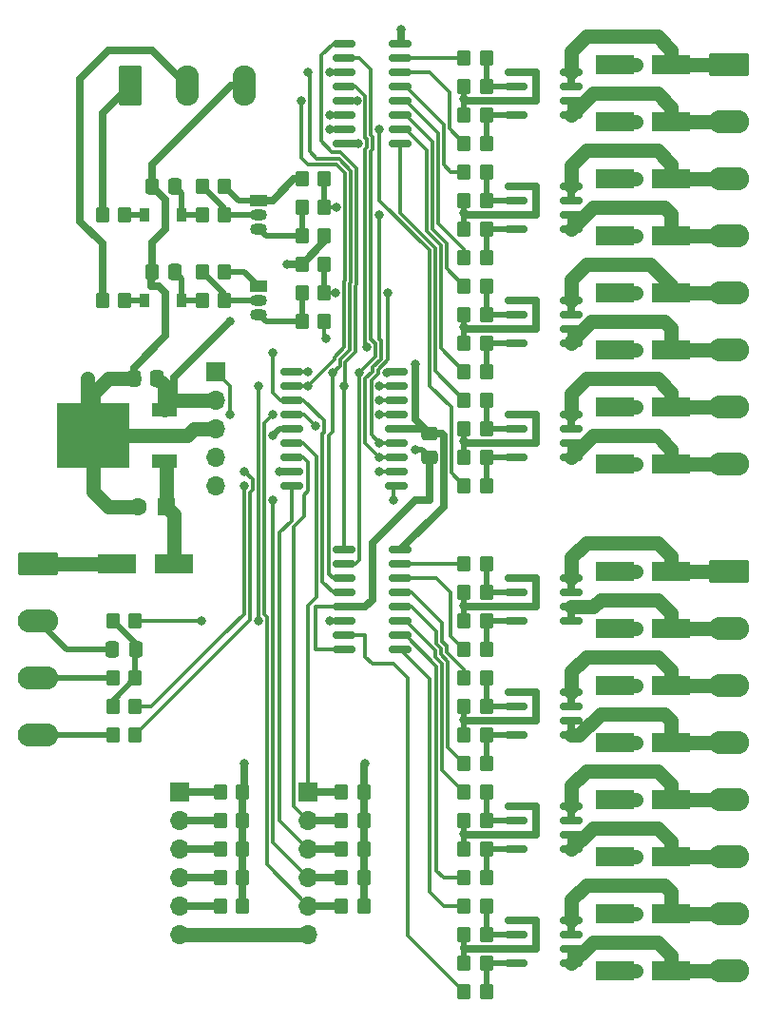
<source format=gbr>
%TF.GenerationSoftware,KiCad,Pcbnew,(5.99.0-9393-ga28cb98626)*%
%TF.CreationDate,2021-05-07T15:11:42-07:00*%
%TF.ProjectId,R_Switch,525f5377-6974-4636-982e-6b696361645f,B*%
%TF.SameCoordinates,Original*%
%TF.FileFunction,Copper,L1,Top*%
%TF.FilePolarity,Positive*%
%FSLAX46Y46*%
G04 Gerber Fmt 4.6, Leading zero omitted, Abs format (unit mm)*
G04 Created by KiCad (PCBNEW (5.99.0-9393-ga28cb98626)) date 2021-05-07 15:11:42*
%MOMM*%
%LPD*%
G01*
G04 APERTURE LIST*
G04 Aperture macros list*
%AMRoundRect*
0 Rectangle with rounded corners*
0 $1 Rounding radius*
0 $2 $3 $4 $5 $6 $7 $8 $9 X,Y pos of 4 corners*
0 Add a 4 corners polygon primitive as box body*
4,1,4,$2,$3,$4,$5,$6,$7,$8,$9,$2,$3,0*
0 Add four circle primitives for the rounded corners*
1,1,$1+$1,$2,$3*
1,1,$1+$1,$4,$5*
1,1,$1+$1,$6,$7*
1,1,$1+$1,$8,$9*
0 Add four rect primitives between the rounded corners*
20,1,$1+$1,$2,$3,$4,$5,0*
20,1,$1+$1,$4,$5,$6,$7,0*
20,1,$1+$1,$6,$7,$8,$9,0*
20,1,$1+$1,$8,$9,$2,$3,0*%
G04 Aperture macros list end*
%TA.AperFunction,SMDPad,CuDef*%
%ADD10RoundRect,0.150000X-0.825000X-0.150000X0.825000X-0.150000X0.825000X0.150000X-0.825000X0.150000X0*%
%TD*%
%TA.AperFunction,SMDPad,CuDef*%
%ADD11R,3.500000X1.800000*%
%TD*%
%TA.AperFunction,SMDPad,CuDef*%
%ADD12RoundRect,0.250000X-0.350000X-0.450000X0.350000X-0.450000X0.350000X0.450000X-0.350000X0.450000X0*%
%TD*%
%TA.AperFunction,SMDPad,CuDef*%
%ADD13RoundRect,0.150000X-0.875000X-0.150000X0.875000X-0.150000X0.875000X0.150000X-0.875000X0.150000X0*%
%TD*%
%TA.AperFunction,SMDPad,CuDef*%
%ADD14RoundRect,0.250000X0.350000X0.450000X-0.350000X0.450000X-0.350000X-0.450000X0.350000X-0.450000X0*%
%TD*%
%TA.AperFunction,ComponentPad*%
%ADD15R,1.700000X1.700000*%
%TD*%
%TA.AperFunction,ComponentPad*%
%ADD16O,1.700000X1.700000*%
%TD*%
%TA.AperFunction,SMDPad,CuDef*%
%ADD17RoundRect,0.250000X-0.475000X0.337500X-0.475000X-0.337500X0.475000X-0.337500X0.475000X0.337500X0*%
%TD*%
%TA.AperFunction,ComponentPad*%
%ADD18R,1.500000X1.050000*%
%TD*%
%TA.AperFunction,ComponentPad*%
%ADD19O,1.500000X1.050000*%
%TD*%
%TA.AperFunction,SMDPad,CuDef*%
%ADD20R,0.900000X1.200000*%
%TD*%
%TA.AperFunction,SMDPad,CuDef*%
%ADD21R,2.200000X1.200000*%
%TD*%
%TA.AperFunction,SMDPad,CuDef*%
%ADD22R,6.400000X5.800000*%
%TD*%
%TA.AperFunction,ComponentPad*%
%ADD23R,1.600000X1.600000*%
%TD*%
%TA.AperFunction,ComponentPad*%
%ADD24C,1.600000*%
%TD*%
%TA.AperFunction,SMDPad,CuDef*%
%ADD25RoundRect,0.250000X0.337500X0.475000X-0.337500X0.475000X-0.337500X-0.475000X0.337500X-0.475000X0*%
%TD*%
%TA.AperFunction,SMDPad,CuDef*%
%ADD26RoundRect,0.150000X-0.850000X-0.150000X0.850000X-0.150000X0.850000X0.150000X-0.850000X0.150000X0*%
%TD*%
%TA.AperFunction,ComponentPad*%
%ADD27RoundRect,0.249999X-1.550001X0.790001X-1.550001X-0.790001X1.550001X-0.790001X1.550001X0.790001X0*%
%TD*%
%TA.AperFunction,ComponentPad*%
%ADD28O,3.600000X2.080000*%
%TD*%
%TA.AperFunction,ComponentPad*%
%ADD29RoundRect,0.249999X-0.790001X-1.550001X0.790001X-1.550001X0.790001X1.550001X-0.790001X1.550001X0*%
%TD*%
%TA.AperFunction,ComponentPad*%
%ADD30O,2.080000X3.600000*%
%TD*%
%TA.AperFunction,ViaPad*%
%ADD31C,0.800000*%
%TD*%
%TA.AperFunction,Conductor*%
%ADD32C,0.508000*%
%TD*%
%TA.AperFunction,Conductor*%
%ADD33C,0.635000*%
%TD*%
%TA.AperFunction,Conductor*%
%ADD34C,1.270000*%
%TD*%
%TA.AperFunction,Conductor*%
%ADD35C,0.304800*%
%TD*%
G04 APERTURE END LIST*
D10*
%TO.P,Q7,1,S*%
%TO.N,GND*%
X167705000Y-116205000D03*
%TO.P,Q7,2,G*%
%TO.N,Net-(Q7-Pad2)*%
X167705000Y-117475000D03*
%TO.P,Q7,3,1*%
%TO.N,GND*%
X167705000Y-118745000D03*
%TO.P,Q7,4,G*%
%TO.N,Net-(Q7-Pad4)*%
X167705000Y-120015000D03*
%TO.P,Q7,5,D*%
%TO.N,Net-(D16-Pad1)*%
X172655000Y-120015000D03*
%TO.P,Q7,6,D*%
X172655000Y-118745000D03*
%TO.P,Q7,7,D*%
%TO.N,Net-(D15-Pad1)*%
X172655000Y-117475000D03*
%TO.P,Q7,8,D*%
X172655000Y-116205000D03*
%TD*%
D11*
%TO.P,D20,1,K*%
%TO.N,Net-(D12-Pad1)*%
X181570000Y-100330000D03*
%TO.P,D20,2,A*%
%TO.N,GND*%
X176570000Y-100330000D03*
%TD*%
D12*
%TO.P,R69,1*%
%TO.N,Net-(Q10-Pad2)*%
X139750000Y-68580000D03*
%TO.P,R69,2*%
%TO.N,+5V*%
X141750000Y-68580000D03*
%TD*%
%TO.P,R28,1*%
%TO.N,GND*%
X163100000Y-120015000D03*
%TO.P,R28,2*%
%TO.N,Net-(Q7-Pad4)*%
X165100000Y-120015000D03*
%TD*%
%TO.P,R63,1*%
%TO.N,Net-(J2-Pad4)*%
X152173775Y-122555000D03*
%TO.P,R63,2*%
%TO.N,+5V*%
X154173775Y-122555000D03*
%TD*%
D13*
%TO.P,U1,1,Vref/AN2/RA2*%
%TO.N,Net-(U1-Pad1)*%
X147750000Y-77470000D03*
%TO.P,U1,2,CMP1/AN3/RA3*%
%TO.N,Net-(U1-Pad2)*%
X147750000Y-78740000D03*
%TO.P,U1,3,TOCKI/CMP2/RA4*%
%TO.N,Net-(U1-Pad3)*%
X147750000Y-80010000D03*
%TO.P,U1,4,~MCLR~/Vpp/RA5*%
%TO.N,VPP*%
X147750000Y-81280000D03*
%TO.P,U1,5,VSS*%
%TO.N,GND*%
X147750000Y-82550000D03*
%TO.P,U1,6,RB0/INT*%
%TO.N,Net-(J2-Pad1)*%
X147750000Y-83820000D03*
%TO.P,U1,7,RB1/RX/DT*%
%TO.N,Net-(J2-Pad2)*%
X147750000Y-85090000D03*
%TO.P,U1,8,RB2/TX/CK*%
%TO.N,Net-(R58-Pad1)*%
X147750000Y-86360000D03*
%TO.P,U1,9,RB3/CCP1*%
%TO.N,Net-(J2-Pad3)*%
X147750000Y-87630000D03*
%TO.P,U1,10,RB4/PGM*%
%TO.N,Net-(J2-Pad4)*%
X157050000Y-87630000D03*
%TO.P,U1,11,RB5*%
%TO.N,Net-(R57-Pad1)*%
X157050000Y-86360000D03*
%TO.P,U1,12,RB6/T1OSC0/T1CKI/PGC*%
%TO.N,PGC*%
X157050000Y-85090000D03*
%TO.P,U1,13,RB7/T1OSI/PGD*%
%TO.N,PGD*%
X157050000Y-83820000D03*
%TO.P,U1,14,VDD*%
%TO.N,+5V*%
X157050000Y-82550000D03*
%TO.P,U1,15,CLKOUT/OSC2/RA6*%
%TO.N,Net-(J2-Pad5)*%
X157050000Y-81280000D03*
%TO.P,U1,16,CLKIN/OSC1/RA7*%
%TO.N,Net-(D2-Pad1)*%
X157050000Y-80010000D03*
%TO.P,U1,17,AN0/RA0*%
%TO.N,Net-(U1-Pad17)*%
X157050000Y-78740000D03*
%TO.P,U1,18,AN1/RA1*%
%TO.N,Net-(U1-Pad18)*%
X157050000Y-77470000D03*
%TD*%
D12*
%TO.P,R64,1*%
%TO.N,Net-(Q9-Pad2)*%
X139750000Y-60960000D03*
%TO.P,R64,2*%
%TO.N,+5V*%
X141750000Y-60960000D03*
%TD*%
D14*
%TO.P,R17,1*%
%TO.N,Net-(Q6-Pad2)*%
X165100000Y-104775000D03*
%TO.P,R17,2*%
%TO.N,Out_10*%
X163100000Y-104775000D03*
%TD*%
%TO.P,R39,1*%
%TO.N,Net-(Q1-Pad2)*%
X165100000Y-49530000D03*
%TO.P,R39,2*%
%TO.N,Out_0*%
X163100000Y-49530000D03*
%TD*%
D11*
%TO.P,D43,1,K*%
%TO.N,Net-(D35-Pad1)*%
X181570000Y-50165000D03*
%TO.P,D43,2,A*%
%TO.N,GND*%
X176570000Y-50165000D03*
%TD*%
%TO.P,D48,1,K*%
%TO.N,Net-(D40-Pad1)*%
X181570000Y-75565000D03*
%TO.P,D48,2,A*%
%TO.N,GND*%
X176570000Y-75565000D03*
%TD*%
D14*
%TO.P,R46,1*%
%TO.N,Net-(Q4-Pad4)*%
X165100000Y-87630000D03*
%TO.P,R46,2*%
%TO.N,Out_7*%
X163100000Y-87630000D03*
%TD*%
D12*
%TO.P,R23,1*%
%TO.N,GND*%
X163100000Y-97155000D03*
%TO.P,R23,2*%
%TO.N,Net-(Q5-Pad2)*%
X165100000Y-97155000D03*
%TD*%
D14*
%TO.P,R65,1*%
%TO.N,Net-(D51-Pad1)*%
X132860000Y-63500000D03*
%TO.P,R65,2*%
%TO.N,Net-(J7-Pad1)*%
X130860000Y-63500000D03*
%TD*%
D11*
%TO.P,D49,1,K*%
%TO.N,Net-(D41-Pad1)*%
X181570000Y-80645000D03*
%TO.P,D49,2,A*%
%TO.N,GND*%
X176570000Y-80645000D03*
%TD*%
D14*
%TO.P,R5,1*%
%TO.N,+5V*%
X143378775Y-125095000D03*
%TO.P,R5,2*%
%TO.N,Net-(J3-Pad5)*%
X141378775Y-125095000D03*
%TD*%
D12*
%TO.P,R60,1*%
%TO.N,Net-(J2-Pad1)*%
X152173775Y-114935000D03*
%TO.P,R60,2*%
%TO.N,+5V*%
X154173775Y-114935000D03*
%TD*%
%TO.P,R74,1*%
%TO.N,+5V*%
X148640000Y-60325000D03*
%TO.P,R74,2*%
%TO.N,PGC*%
X150640000Y-60325000D03*
%TD*%
D11*
%TO.P,D21,1,K*%
%TO.N,Net-(D13-Pad1)*%
X181570000Y-105410000D03*
%TO.P,D21,2,A*%
%TO.N,GND*%
X176570000Y-105410000D03*
%TD*%
D14*
%TO.P,R72,1*%
%TO.N,PGD*%
X150640000Y-70485000D03*
%TO.P,R72,2*%
%TO.N,Net-(Q10-Pad3)*%
X148640000Y-70485000D03*
%TD*%
D12*
%TO.P,R53,1*%
%TO.N,GND*%
X163100000Y-82550000D03*
%TO.P,R53,2*%
%TO.N,Net-(Q4-Pad2)*%
X165100000Y-82550000D03*
%TD*%
D10*
%TO.P,Q2,1,S*%
%TO.N,GND*%
X167705000Y-60960000D03*
%TO.P,Q2,2,G*%
%TO.N,Net-(Q2-Pad2)*%
X167705000Y-62230000D03*
%TO.P,Q2,3,1*%
%TO.N,GND*%
X167705000Y-63500000D03*
%TO.P,Q2,4,G*%
%TO.N,Net-(Q2-Pad4)*%
X167705000Y-64770000D03*
%TO.P,Q2,5,D*%
%TO.N,Net-(D38-Pad1)*%
X172655000Y-64770000D03*
%TO.P,Q2,6,D*%
X172655000Y-63500000D03*
%TO.P,Q2,7,D*%
%TO.N,Net-(D37-Pad1)*%
X172655000Y-62230000D03*
%TO.P,Q2,8,D*%
X172655000Y-60960000D03*
%TD*%
D12*
%TO.P,R48,1*%
%TO.N,GND*%
X163100000Y-54610000D03*
%TO.P,R48,2*%
%TO.N,Net-(Q1-Pad4)*%
X165100000Y-54610000D03*
%TD*%
D11*
%TO.P,D26,1,K*%
%TO.N,Net-(D18-Pad1)*%
X181570000Y-130810000D03*
%TO.P,D26,2,A*%
%TO.N,GND*%
X176570000Y-130810000D03*
%TD*%
D12*
%TO.P,R47,1*%
%TO.N,GND*%
X163100000Y-52070000D03*
%TO.P,R47,2*%
%TO.N,Net-(Q1-Pad2)*%
X165100000Y-52070000D03*
%TD*%
D10*
%TO.P,Q4,1,S*%
%TO.N,GND*%
X167705000Y-81280000D03*
%TO.P,Q4,2,G*%
%TO.N,Net-(Q4-Pad2)*%
X167705000Y-82550000D03*
%TO.P,Q4,3,1*%
%TO.N,GND*%
X167705000Y-83820000D03*
%TO.P,Q4,4,G*%
%TO.N,Net-(Q4-Pad4)*%
X167705000Y-85090000D03*
%TO.P,Q4,5,D*%
%TO.N,Net-(D42-Pad1)*%
X172655000Y-85090000D03*
%TO.P,Q4,6,D*%
X172655000Y-83820000D03*
%TO.P,Q4,7,D*%
%TO.N,Net-(D41-Pad1)*%
X172655000Y-82550000D03*
%TO.P,Q4,8,D*%
X172655000Y-81280000D03*
%TD*%
D11*
%TO.P,D24,1,K*%
%TO.N,Net-(D16-Pad1)*%
X181570000Y-120650000D03*
%TO.P,D24,2,A*%
%TO.N,GND*%
X176570000Y-120650000D03*
%TD*%
%TO.P,D25,1,K*%
%TO.N,Net-(D17-Pad1)*%
X181570000Y-125730000D03*
%TO.P,D25,2,A*%
%TO.N,GND*%
X176570000Y-125730000D03*
%TD*%
D14*
%TO.P,R16,1*%
%TO.N,Net-(Q5-Pad4)*%
X165100000Y-102235000D03*
%TO.P,R16,2*%
%TO.N,Out_9*%
X163100000Y-102235000D03*
%TD*%
%TO.P,R57,1*%
%TO.N,Net-(R57-Pad1)*%
X133802500Y-107315000D03*
%TO.P,R57,2*%
%TO.N,Net-(C4-Pad1)*%
X131802500Y-107315000D03*
%TD*%
%TO.P,R45,1*%
%TO.N,Net-(Q4-Pad2)*%
X165100000Y-80010000D03*
%TO.P,R45,2*%
%TO.N,Out_6*%
X163100000Y-80010000D03*
%TD*%
D15*
%TO.P,J3,1,Pin_1*%
%TO.N,Net-(J3-Pad1)*%
X137795000Y-114935000D03*
D16*
%TO.P,J3,2,Pin_2*%
%TO.N,Net-(J3-Pad2)*%
X137795000Y-117475000D03*
%TO.P,J3,3,Pin_3*%
%TO.N,Net-(J3-Pad3)*%
X137795000Y-120015000D03*
%TO.P,J3,4,Pin_4*%
%TO.N,Net-(J3-Pad4)*%
X137795000Y-122555000D03*
%TO.P,J3,5,Pin_5*%
%TO.N,Net-(J3-Pad5)*%
X137795000Y-125095000D03*
%TO.P,J3,6,Pin_6*%
%TO.N,GND*%
X137795000Y-127635000D03*
%TD*%
D14*
%TO.P,R18,1*%
%TO.N,Net-(Q6-Pad4)*%
X165100000Y-112395000D03*
%TO.P,R18,2*%
%TO.N,Out_11*%
X163100000Y-112395000D03*
%TD*%
%TO.P,R19,1*%
%TO.N,Net-(Q7-Pad2)*%
X165100000Y-114935000D03*
%TO.P,R19,2*%
%TO.N,Out_12*%
X163100000Y-114935000D03*
%TD*%
D11*
%TO.P,D22,1,K*%
%TO.N,Net-(D14-Pad1)*%
X181570000Y-110490000D03*
%TO.P,D22,2,A*%
%TO.N,GND*%
X176570000Y-110490000D03*
%TD*%
D12*
%TO.P,R68,1*%
%TO.N,Net-(Q9-Pad3)*%
X148640000Y-65405000D03*
%TO.P,R68,2*%
%TO.N,GND*%
X150640000Y-65405000D03*
%TD*%
%TO.P,R62,1*%
%TO.N,Net-(J2-Pad3)*%
X152173775Y-120015000D03*
%TO.P,R62,2*%
%TO.N,+5V*%
X154173775Y-120015000D03*
%TD*%
D17*
%TO.P,C3,1*%
%TO.N,+5V*%
X160020000Y-83015000D03*
%TO.P,C3,2*%
%TO.N,GND*%
X160020000Y-85090000D03*
%TD*%
D12*
%TO.P,R52,1*%
%TO.N,GND*%
X163100000Y-74930000D03*
%TO.P,R52,2*%
%TO.N,Net-(Q3-Pad4)*%
X165100000Y-74930000D03*
%TD*%
D15*
%TO.P,J2,1,Pin_1*%
%TO.N,Net-(J2-Pad1)*%
X149225000Y-114935000D03*
D16*
%TO.P,J2,2,Pin_2*%
%TO.N,Net-(J2-Pad2)*%
X149225000Y-117475000D03*
%TO.P,J2,3,Pin_3*%
%TO.N,Net-(J2-Pad3)*%
X149225000Y-120015000D03*
%TO.P,J2,4,Pin_4*%
%TO.N,Net-(J2-Pad4)*%
X149225000Y-122555000D03*
%TO.P,J2,5,Pin_5*%
%TO.N,Net-(J2-Pad5)*%
X149225000Y-125095000D03*
%TO.P,J2,6,Pin_6*%
%TO.N,GND*%
X149225000Y-127635000D03*
%TD*%
D18*
%TO.P,Q10,1,E*%
%TO.N,+5V*%
X144822500Y-69850000D03*
D19*
%TO.P,Q10,2,B*%
%TO.N,Net-(Q10-Pad2)*%
X144822500Y-71120000D03*
%TO.P,Q10,3,C*%
%TO.N,Net-(Q10-Pad3)*%
X144822500Y-72390000D03*
%TD*%
D12*
%TO.P,R50,1*%
%TO.N,GND*%
X163100000Y-64770000D03*
%TO.P,R50,2*%
%TO.N,Net-(Q2-Pad4)*%
X165100000Y-64770000D03*
%TD*%
D14*
%TO.P,R56,1*%
%TO.N,+5V*%
X133802500Y-99695000D03*
%TO.P,R56,2*%
%TO.N,Net-(C4-Pad1)*%
X131802500Y-99695000D03*
%TD*%
D11*
%TO.P,D23,1,K*%
%TO.N,Net-(D15-Pad1)*%
X181570000Y-115570000D03*
%TO.P,D23,2,A*%
%TO.N,GND*%
X176570000Y-115570000D03*
%TD*%
D12*
%TO.P,R75,1*%
%TO.N,GND*%
X148640000Y-67945000D03*
%TO.P,R75,2*%
%TO.N,PGD*%
X150640000Y-67945000D03*
%TD*%
D14*
%TO.P,R58,1*%
%TO.N,Net-(R58-Pad1)*%
X133802500Y-109855000D03*
%TO.P,R58,2*%
%TO.N,RX*%
X131802500Y-109855000D03*
%TD*%
D20*
%TO.P,D51,1,K*%
%TO.N,Net-(D51-Pad1)*%
X134655000Y-63500000D03*
%TO.P,D51,2,A*%
%TO.N,Net-(C5-Pad1)*%
X137955000Y-63500000D03*
%TD*%
D10*
%TO.P,Q8,1,S*%
%TO.N,GND*%
X167705000Y-126365000D03*
%TO.P,Q8,2,G*%
%TO.N,Net-(Q8-Pad2)*%
X167705000Y-127635000D03*
%TO.P,Q8,3,1*%
%TO.N,GND*%
X167705000Y-128905000D03*
%TO.P,Q8,4,G*%
%TO.N,Net-(Q8-Pad4)*%
X167705000Y-130175000D03*
%TO.P,Q8,5,D*%
%TO.N,Net-(D18-Pad1)*%
X172655000Y-130175000D03*
%TO.P,Q8,6,D*%
X172655000Y-128905000D03*
%TO.P,Q8,7,D*%
%TO.N,Net-(D17-Pad1)*%
X172655000Y-127635000D03*
%TO.P,Q8,8,D*%
X172655000Y-126365000D03*
%TD*%
D11*
%TO.P,D19,1,K*%
%TO.N,Net-(D11-Pad1)*%
X181570000Y-95250000D03*
%TO.P,D19,2,A*%
%TO.N,GND*%
X176570000Y-95250000D03*
%TD*%
D21*
%TO.P,U2,1,IN*%
%TO.N,Net-(C1-Pad1)*%
X136367501Y-85465000D03*
D22*
%TO.P,U2,2,GND*%
%TO.N,GND*%
X130067501Y-83185000D03*
D21*
%TO.P,U2,3,OUT*%
%TO.N,+5V*%
X136367501Y-80905000D03*
%TD*%
D12*
%TO.P,R27,1*%
%TO.N,GND*%
X163100000Y-117475000D03*
%TO.P,R27,2*%
%TO.N,Net-(Q7-Pad2)*%
X165100000Y-117475000D03*
%TD*%
D14*
%TO.P,R71,1*%
%TO.N,Net-(Q10-Pad2)*%
X141750000Y-71120000D03*
%TO.P,R71,2*%
%TO.N,Net-(C6-Pad1)*%
X139750000Y-71120000D03*
%TD*%
D20*
%TO.P,D52,1,K*%
%TO.N,Net-(D52-Pad1)*%
X134655000Y-71120000D03*
%TO.P,D52,2,A*%
%TO.N,Net-(C6-Pad1)*%
X137955000Y-71120000D03*
%TD*%
D23*
%TO.P,C1,1*%
%TO.N,Net-(C1-Pad1)*%
X136547613Y-89535000D03*
D24*
%TO.P,C1,2*%
%TO.N,GND*%
X134047613Y-89535000D03*
%TD*%
D14*
%TO.P,R70,1*%
%TO.N,Net-(D52-Pad1)*%
X132860000Y-71120000D03*
%TO.P,R70,2*%
%TO.N,Net-(J7-Pad2)*%
X130860000Y-71120000D03*
%TD*%
D11*
%TO.P,D1,1,K*%
%TO.N,Net-(C1-Pad1)*%
X137207500Y-94615000D03*
%TO.P,D1,2,A*%
%TO.N,+12V*%
X132207500Y-94615000D03*
%TD*%
D14*
%TO.P,R22,1*%
%TO.N,Net-(Q8-Pad4)*%
X165100000Y-132715000D03*
%TO.P,R22,2*%
%TO.N,Out_15*%
X163100000Y-132715000D03*
%TD*%
D11*
%TO.P,D44,1,K*%
%TO.N,Net-(D36-Pad1)*%
X181570000Y-55245000D03*
%TO.P,D44,2,A*%
%TO.N,GND*%
X176570000Y-55245000D03*
%TD*%
D14*
%TO.P,R55,1*%
%TO.N,Net-(C4-Pad1)*%
X133802500Y-104775000D03*
%TO.P,R55,2*%
%TO.N,TX*%
X131802500Y-104775000D03*
%TD*%
D12*
%TO.P,R26,1*%
%TO.N,GND*%
X163100000Y-109855000D03*
%TO.P,R26,2*%
%TO.N,Net-(Q6-Pad4)*%
X165100000Y-109855000D03*
%TD*%
D25*
%TO.P,C2,1*%
%TO.N,+5V*%
X135745001Y-78105000D03*
%TO.P,C2,2*%
%TO.N,GND*%
X133670001Y-78105000D03*
%TD*%
D10*
%TO.P,Q6,1,S*%
%TO.N,GND*%
X167705000Y-106045000D03*
%TO.P,Q6,2,G*%
%TO.N,Net-(Q6-Pad2)*%
X167705000Y-107315000D03*
%TO.P,Q6,3,1*%
%TO.N,GND*%
X167705000Y-108585000D03*
%TO.P,Q6,4,G*%
%TO.N,Net-(Q6-Pad4)*%
X167705000Y-109855000D03*
%TO.P,Q6,5,D*%
%TO.N,Net-(D14-Pad1)*%
X172655000Y-109855000D03*
%TO.P,Q6,6,D*%
X172655000Y-108585000D03*
%TO.P,Q6,7,D*%
%TO.N,Net-(D13-Pad1)*%
X172655000Y-107315000D03*
%TO.P,Q6,8,D*%
X172655000Y-106045000D03*
%TD*%
D12*
%TO.P,R24,1*%
%TO.N,GND*%
X163100000Y-99695000D03*
%TO.P,R24,2*%
%TO.N,Net-(Q5-Pad4)*%
X165100000Y-99695000D03*
%TD*%
D26*
%TO.P,U4,1,A0*%
%TO.N,Net-(U1-Pad17)*%
X152440000Y-93345000D03*
%TO.P,U4,2,A1*%
%TO.N,Net-(U1-Pad18)*%
X152440000Y-94615000D03*
%TO.P,U4,3,A2*%
%TO.N,Net-(U1-Pad1)*%
X152440000Y-95885000D03*
%TO.P,U4,4,~G2A*%
%TO.N,Net-(U1-Pad3)*%
X152440000Y-97155000D03*
%TO.P,U4,5,~G2B*%
%TO.N,GND*%
X152440000Y-98425000D03*
%TO.P,U4,6,G1*%
%TO.N,Net-(U1-Pad2)*%
X152440000Y-99695000D03*
%TO.P,U4,7,Y7*%
%TO.N,Out_15*%
X152440000Y-100965000D03*
%TO.P,U4,8,GND*%
%TO.N,GND*%
X152440000Y-102235000D03*
%TO.P,U4,9,Y6*%
%TO.N,Out_14*%
X157440000Y-102235000D03*
%TO.P,U4,10,Y5*%
%TO.N,Out_13*%
X157440000Y-100965000D03*
%TO.P,U4,11,Y4*%
%TO.N,Out_12*%
X157440000Y-99695000D03*
%TO.P,U4,12,Y3*%
%TO.N,Out_11*%
X157440000Y-98425000D03*
%TO.P,U4,13,Y2*%
%TO.N,Out_10*%
X157440000Y-97155000D03*
%TO.P,U4,14,Y1*%
%TO.N,Out_9*%
X157440000Y-95885000D03*
%TO.P,U4,15,Y0*%
%TO.N,Out_8*%
X157440000Y-94615000D03*
%TO.P,U4,16,VCC*%
%TO.N,+5V*%
X157440000Y-93345000D03*
%TD*%
D11*
%TO.P,D50,1,K*%
%TO.N,Net-(D42-Pad1)*%
X181570000Y-85725000D03*
%TO.P,D50,2,A*%
%TO.N,GND*%
X176570000Y-85725000D03*
%TD*%
D18*
%TO.P,Q9,1,E*%
%TO.N,+5V*%
X144822500Y-62230000D03*
D19*
%TO.P,Q9,2,B*%
%TO.N,Net-(Q9-Pad2)*%
X144822500Y-63500000D03*
%TO.P,Q9,3,C*%
%TO.N,Net-(Q9-Pad3)*%
X144822500Y-64770000D03*
%TD*%
D14*
%TO.P,R1,1*%
%TO.N,+5V*%
X143378775Y-114935000D03*
%TO.P,R1,2*%
%TO.N,Net-(J3-Pad1)*%
X141378775Y-114935000D03*
%TD*%
D10*
%TO.P,Q3,1,S*%
%TO.N,GND*%
X167705000Y-71120000D03*
%TO.P,Q3,2,G*%
%TO.N,Net-(Q3-Pad2)*%
X167705000Y-72390000D03*
%TO.P,Q3,3,1*%
%TO.N,GND*%
X167705000Y-73660000D03*
%TO.P,Q3,4,G*%
%TO.N,Net-(Q3-Pad4)*%
X167705000Y-74930000D03*
%TO.P,Q3,5,D*%
%TO.N,Net-(D40-Pad1)*%
X172655000Y-74930000D03*
%TO.P,Q3,6,D*%
X172655000Y-73660000D03*
%TO.P,Q3,7,D*%
%TO.N,Net-(D39-Pad1)*%
X172655000Y-72390000D03*
%TO.P,Q3,8,D*%
X172655000Y-71120000D03*
%TD*%
D14*
%TO.P,R3,1*%
%TO.N,+5V*%
X143378775Y-120015000D03*
%TO.P,R3,2*%
%TO.N,Net-(J3-Pad3)*%
X141378775Y-120015000D03*
%TD*%
D11*
%TO.P,D46,1,K*%
%TO.N,Net-(D38-Pad1)*%
X181570000Y-65405000D03*
%TO.P,D46,2,A*%
%TO.N,GND*%
X176570000Y-65405000D03*
%TD*%
D14*
%TO.P,R44,1*%
%TO.N,Net-(Q3-Pad4)*%
X165100000Y-77470000D03*
%TO.P,R44,2*%
%TO.N,Out_5*%
X163100000Y-77470000D03*
%TD*%
%TO.P,R20,1*%
%TO.N,Net-(Q7-Pad4)*%
X165100000Y-122555000D03*
%TO.P,R20,2*%
%TO.N,Out_13*%
X163100000Y-122555000D03*
%TD*%
D12*
%TO.P,R61,1*%
%TO.N,Net-(J2-Pad2)*%
X152173775Y-117475000D03*
%TO.P,R61,2*%
%TO.N,+5V*%
X154173775Y-117475000D03*
%TD*%
%TO.P,R73,1*%
%TO.N,Net-(Q10-Pad3)*%
X148640000Y-73025000D03*
%TO.P,R73,2*%
%TO.N,GND*%
X150640000Y-73025000D03*
%TD*%
D11*
%TO.P,D47,1,K*%
%TO.N,Net-(D39-Pad1)*%
X181570000Y-70485000D03*
%TO.P,D47,2,A*%
%TO.N,GND*%
X176570000Y-70485000D03*
%TD*%
D14*
%TO.P,R4,1*%
%TO.N,+5V*%
X143378775Y-122555000D03*
%TO.P,R4,2*%
%TO.N,Net-(J3-Pad4)*%
X141378775Y-122555000D03*
%TD*%
D12*
%TO.P,R51,1*%
%TO.N,GND*%
X163100000Y-72390000D03*
%TO.P,R51,2*%
%TO.N,Net-(Q3-Pad2)*%
X165100000Y-72390000D03*
%TD*%
D14*
%TO.P,R42,1*%
%TO.N,Net-(Q2-Pad4)*%
X165100000Y-67310000D03*
%TO.P,R42,2*%
%TO.N,Out_3*%
X163100000Y-67310000D03*
%TD*%
D25*
%TO.P,C6,1*%
%TO.N,Net-(C6-Pad1)*%
X137342500Y-68580000D03*
%TO.P,C6,2*%
%TO.N,GND*%
X135267500Y-68580000D03*
%TD*%
D12*
%TO.P,R29,1*%
%TO.N,GND*%
X163100000Y-127635000D03*
%TO.P,R29,2*%
%TO.N,Net-(Q8-Pad2)*%
X165100000Y-127635000D03*
%TD*%
D14*
%TO.P,R40,1*%
%TO.N,Net-(Q1-Pad4)*%
X165100000Y-57150000D03*
%TO.P,R40,2*%
%TO.N,Out_1*%
X163100000Y-57150000D03*
%TD*%
D25*
%TO.P,C4,1*%
%TO.N,Net-(C4-Pad1)*%
X133840000Y-102235000D03*
%TO.P,C4,2*%
%TO.N,GND*%
X131765000Y-102235000D03*
%TD*%
D14*
%TO.P,R66,1*%
%TO.N,Net-(Q9-Pad2)*%
X141750000Y-63500000D03*
%TO.P,R66,2*%
%TO.N,Net-(C5-Pad1)*%
X139750000Y-63500000D03*
%TD*%
D10*
%TO.P,Q1,1,S*%
%TO.N,GND*%
X167705000Y-50800000D03*
%TO.P,Q1,2,G*%
%TO.N,Net-(Q1-Pad2)*%
X167705000Y-52070000D03*
%TO.P,Q1,3,1*%
%TO.N,GND*%
X167705000Y-53340000D03*
%TO.P,Q1,4,G*%
%TO.N,Net-(Q1-Pad4)*%
X167705000Y-54610000D03*
%TO.P,Q1,5,D*%
%TO.N,Net-(D36-Pad1)*%
X172655000Y-54610000D03*
%TO.P,Q1,6,D*%
X172655000Y-53340000D03*
%TO.P,Q1,7,D*%
%TO.N,Net-(D35-Pad1)*%
X172655000Y-52070000D03*
%TO.P,Q1,8,D*%
X172655000Y-50800000D03*
%TD*%
%TO.P,Q5,1,S*%
%TO.N,GND*%
X167705000Y-95885000D03*
%TO.P,Q5,2,G*%
%TO.N,Net-(Q5-Pad2)*%
X167705000Y-97155000D03*
%TO.P,Q5,3,1*%
%TO.N,GND*%
X167705000Y-98425000D03*
%TO.P,Q5,4,G*%
%TO.N,Net-(Q5-Pad4)*%
X167705000Y-99695000D03*
%TO.P,Q5,5,D*%
%TO.N,Net-(D12-Pad1)*%
X172655000Y-99695000D03*
%TO.P,Q5,6,D*%
X172655000Y-98425000D03*
%TO.P,Q5,7,D*%
%TO.N,Net-(D11-Pad1)*%
X172655000Y-97155000D03*
%TO.P,Q5,8,D*%
X172655000Y-95885000D03*
%TD*%
D12*
%TO.P,R49,1*%
%TO.N,GND*%
X163100000Y-62230000D03*
%TO.P,R49,2*%
%TO.N,Net-(Q2-Pad2)*%
X165100000Y-62230000D03*
%TD*%
%TO.P,R30,1*%
%TO.N,GND*%
X163100000Y-130175000D03*
%TO.P,R30,2*%
%TO.N,Net-(Q8-Pad4)*%
X165100000Y-130175000D03*
%TD*%
%TO.P,R25,1*%
%TO.N,GND*%
X163100000Y-107315000D03*
%TO.P,R25,2*%
%TO.N,Net-(Q6-Pad2)*%
X165100000Y-107315000D03*
%TD*%
D14*
%TO.P,R41,1*%
%TO.N,Net-(Q2-Pad2)*%
X165100000Y-59690000D03*
%TO.P,R41,2*%
%TO.N,Out_2*%
X163100000Y-59690000D03*
%TD*%
D15*
%TO.P,J4,1,Pin_1*%
%TO.N,VPP*%
X140970000Y-77475000D03*
D16*
%TO.P,J4,2,Pin_2*%
%TO.N,+5V*%
X140970000Y-80015000D03*
%TO.P,J4,3,Pin_3*%
%TO.N,GND*%
X140970000Y-82555000D03*
%TO.P,J4,4,Pin_4*%
%TO.N,PGD*%
X140970000Y-85095000D03*
%TO.P,J4,5,Pin_5*%
%TO.N,PGC*%
X140970000Y-87635000D03*
%TD*%
D12*
%TO.P,R54,1*%
%TO.N,GND*%
X163100000Y-85090000D03*
%TO.P,R54,2*%
%TO.N,Net-(Q4-Pad4)*%
X165100000Y-85090000D03*
%TD*%
D11*
%TO.P,D45,1,K*%
%TO.N,Net-(D37-Pad1)*%
X181570000Y-60325000D03*
%TO.P,D45,2,A*%
%TO.N,GND*%
X176570000Y-60325000D03*
%TD*%
D14*
%TO.P,R43,1*%
%TO.N,Net-(Q3-Pad2)*%
X165100000Y-69850000D03*
%TO.P,R43,2*%
%TO.N,Out_4*%
X163100000Y-69850000D03*
%TD*%
%TO.P,R67,1*%
%TO.N,PGC*%
X150640000Y-62865000D03*
%TO.P,R67,2*%
%TO.N,Net-(Q9-Pad3)*%
X148640000Y-62865000D03*
%TD*%
%TO.P,R15,1*%
%TO.N,Net-(Q5-Pad2)*%
X165100000Y-94615000D03*
%TO.P,R15,2*%
%TO.N,Out_8*%
X163100000Y-94615000D03*
%TD*%
D25*
%TO.P,C5,1*%
%TO.N,Net-(C5-Pad1)*%
X137342500Y-60960000D03*
%TO.P,C5,2*%
%TO.N,GND*%
X135267500Y-60960000D03*
%TD*%
D12*
%TO.P,R59,1*%
%TO.N,Net-(J2-Pad5)*%
X152173775Y-125095000D03*
%TO.P,R59,2*%
%TO.N,+5V*%
X154173775Y-125095000D03*
%TD*%
D14*
%TO.P,R2,1*%
%TO.N,+5V*%
X143378775Y-117475000D03*
%TO.P,R2,2*%
%TO.N,Net-(J3-Pad2)*%
X141378775Y-117475000D03*
%TD*%
D26*
%TO.P,U3,1,A0*%
%TO.N,Net-(U1-Pad17)*%
X152440000Y-48260000D03*
%TO.P,U3,2,A1*%
%TO.N,Net-(U1-Pad18)*%
X152440000Y-49530000D03*
%TO.P,U3,3,A2*%
%TO.N,Net-(U1-Pad1)*%
X152440000Y-50800000D03*
%TO.P,U3,4,~G2A*%
%TO.N,Net-(U1-Pad3)*%
X152440000Y-52070000D03*
%TO.P,U3,5,~G2B*%
%TO.N,Net-(U1-Pad2)*%
X152440000Y-53340000D03*
%TO.P,U3,6,G1*%
%TO.N,+5V*%
X152440000Y-54610000D03*
%TO.P,U3,7,Y7*%
%TO.N,Out_7*%
X152440000Y-55880000D03*
%TO.P,U3,8,GND*%
%TO.N,GND*%
X152440000Y-57150000D03*
%TO.P,U3,9,Y6*%
%TO.N,Out_6*%
X157440000Y-57150000D03*
%TO.P,U3,10,Y5*%
%TO.N,Out_5*%
X157440000Y-55880000D03*
%TO.P,U3,11,Y4*%
%TO.N,Out_4*%
X157440000Y-54610000D03*
%TO.P,U3,12,Y3*%
%TO.N,Out_3*%
X157440000Y-53340000D03*
%TO.P,U3,13,Y2*%
%TO.N,Out_2*%
X157440000Y-52070000D03*
%TO.P,U3,14,Y1*%
%TO.N,Out_1*%
X157440000Y-50800000D03*
%TO.P,U3,15,Y0*%
%TO.N,Out_0*%
X157440000Y-49530000D03*
%TO.P,U3,16,VCC*%
%TO.N,+5V*%
X157440000Y-48260000D03*
%TD*%
D14*
%TO.P,R21,1*%
%TO.N,Net-(Q8-Pad2)*%
X165100000Y-125095000D03*
%TO.P,R21,2*%
%TO.N,Out_14*%
X163100000Y-125095000D03*
%TD*%
D27*
%TO.P,J5,1,Pin_1*%
%TO.N,Net-(D35-Pad1)*%
X186690000Y-50165000D03*
D28*
%TO.P,J5,2,Pin_2*%
%TO.N,Net-(D36-Pad1)*%
X186690000Y-55245000D03*
%TO.P,J5,3,Pin_3*%
%TO.N,Net-(D37-Pad1)*%
X186690000Y-60325000D03*
%TO.P,J5,4,Pin_4*%
%TO.N,Net-(D38-Pad1)*%
X186690000Y-65405000D03*
%TO.P,J5,5,Pin_5*%
%TO.N,Net-(D39-Pad1)*%
X186690000Y-70485000D03*
%TO.P,J5,6,Pin_6*%
%TO.N,Net-(D40-Pad1)*%
X186690000Y-75565000D03*
%TO.P,J5,7,Pin_7*%
%TO.N,Net-(D41-Pad1)*%
X186690000Y-80645000D03*
%TO.P,J5,8,Pin_8*%
%TO.N,Net-(D42-Pad1)*%
X186690000Y-85725000D03*
%TD*%
D27*
%TO.P,J6,1,Pin_1*%
%TO.N,Net-(D11-Pad1)*%
X186690000Y-95250000D03*
D28*
%TO.P,J6,2,Pin_2*%
%TO.N,Net-(D12-Pad1)*%
X186690000Y-100330000D03*
%TO.P,J6,3,Pin_3*%
%TO.N,Net-(D13-Pad1)*%
X186690000Y-105410000D03*
%TO.P,J6,4,Pin_4*%
%TO.N,Net-(D14-Pad1)*%
X186690000Y-110490000D03*
%TO.P,J6,5,Pin_5*%
%TO.N,Net-(D15-Pad1)*%
X186690000Y-115570000D03*
%TO.P,J6,6,Pin_6*%
%TO.N,Net-(D16-Pad1)*%
X186690000Y-120650000D03*
%TO.P,J6,7,Pin_7*%
%TO.N,Net-(D17-Pad1)*%
X186690000Y-125730000D03*
%TO.P,J6,8,Pin_8*%
%TO.N,Net-(D18-Pad1)*%
X186690000Y-130810000D03*
%TD*%
D29*
%TO.P,J7,1,Pin_1*%
%TO.N,Net-(J7-Pad1)*%
X133350000Y-51982500D03*
D30*
%TO.P,J7,2,Pin_2*%
%TO.N,Net-(J7-Pad2)*%
X138430000Y-51982500D03*
%TO.P,J7,3,Pin_3*%
%TO.N,GND*%
X143510000Y-51982500D03*
%TD*%
D27*
%TO.P,J1,1,Pin_1*%
%TO.N,+12V*%
X125182500Y-94615000D03*
D28*
%TO.P,J1,2,Pin_2*%
%TO.N,GND*%
X125182500Y-99695000D03*
%TO.P,J1,3,Pin_3*%
%TO.N,TX*%
X125182500Y-104775000D03*
%TO.P,J1,4,Pin_4*%
%TO.N,RX*%
X125182500Y-109855000D03*
%TD*%
D31*
%TO.N,GND*%
X163100000Y-83725000D03*
X150777589Y-74577589D03*
X178435000Y-50165000D03*
X163195000Y-128905000D03*
X163100000Y-53245000D03*
X178435000Y-125730000D03*
X178435000Y-60325000D03*
X178435000Y-95250000D03*
X178435000Y-105410000D03*
X158750000Y-84455000D03*
X178435000Y-65405000D03*
X146050000Y-83185000D03*
X147320000Y-67945000D03*
X178435000Y-110490000D03*
X178435000Y-70485000D03*
X178435000Y-120650000D03*
X163100000Y-118650000D03*
X178435000Y-75565000D03*
X153670000Y-57150000D03*
X163100000Y-73565000D03*
X178435000Y-130810000D03*
X178435000Y-55245000D03*
X178435000Y-115570000D03*
X163100000Y-98330000D03*
X163100000Y-108490000D03*
X129540000Y-78105000D03*
X178435000Y-100330000D03*
X178435000Y-85725000D03*
X178435000Y-80645000D03*
X163100000Y-63405000D03*
%TO.N,+5V*%
X157480000Y-46990000D03*
X158750000Y-76835000D03*
X143510000Y-112395000D03*
X139700000Y-99695000D03*
X154305000Y-112395000D03*
X142240000Y-73025000D03*
X151130000Y-54610000D03*
%TO.N,Net-(D2-Pad1)*%
X155575000Y-80010000D03*
%TO.N,Net-(J2-Pad5)*%
X155575000Y-81280000D03*
X146050000Y-81310000D03*
%TO.N,Net-(J2-Pad4)*%
X156845000Y-88900000D03*
X146050000Y-88900000D03*
%TO.N,PGC*%
X155575000Y-85090000D03*
X151765000Y-62865000D03*
X155575000Y-63500000D03*
%TO.N,PGD*%
X156327410Y-70485000D03*
X155575000Y-83820000D03*
X151663536Y-70485000D03*
%TO.N,VPP*%
X142240000Y-81280000D03*
X149860000Y-82330990D03*
%TO.N,Out_7*%
X151130000Y-55880000D03*
X155575000Y-55880000D03*
%TO.N,Net-(R57-Pad1)*%
X155575000Y-86360000D03*
X143510000Y-87630000D03*
%TO.N,Net-(R58-Pad1)*%
X143510000Y-86360000D03*
X146685000Y-86360000D03*
%TO.N,Net-(U1-Pad18)*%
X156227224Y-77610609D03*
X153772965Y-77572965D03*
%TO.N,Net-(U1-Pad17)*%
X152400000Y-78740000D03*
X155575000Y-78740000D03*
%TO.N,Net-(U1-Pad3)*%
X154420974Y-75317410D03*
X146050000Y-75812599D03*
%TO.N,Net-(U1-Pad2)*%
X151130000Y-99695000D03*
X144780000Y-99695000D03*
X148590000Y-53340000D03*
X153552590Y-53340000D03*
X149225000Y-78740000D03*
X144780000Y-78740000D03*
%TO.N,Net-(U1-Pad1)*%
X151403240Y-77625830D03*
X149225000Y-77470000D03*
X151130000Y-50800000D03*
X149225000Y-50800000D03*
%TD*%
D32*
%TO.N,GND*%
X163100000Y-108490000D02*
X163100000Y-107315000D01*
D33*
X167705000Y-50800000D02*
X169545000Y-50800000D01*
X136525000Y-64770000D02*
X136525000Y-62217500D01*
X154940000Y-92710000D02*
X158750000Y-88900000D01*
D34*
X176570000Y-125730000D02*
X178435000Y-125730000D01*
D33*
X167705000Y-53340000D02*
X163195000Y-53340000D01*
X167705000Y-71120000D02*
X169545000Y-71120000D01*
D34*
X129540000Y-82657499D02*
X130067501Y-83185000D01*
D32*
X127722500Y-102235000D02*
X125182500Y-99695000D01*
D34*
X176570000Y-50165000D02*
X178435000Y-50165000D01*
D33*
X135255000Y-68592500D02*
X135267500Y-68580000D01*
D35*
X149860000Y-102235000D02*
X152440000Y-102235000D01*
D33*
X167705000Y-98425000D02*
X163195000Y-98425000D01*
D32*
X158750000Y-84455000D02*
X159385000Y-84455000D01*
D35*
X149860000Y-98425000D02*
X149860000Y-102235000D01*
D33*
X150640000Y-65405000D02*
X150640000Y-65945000D01*
D34*
X176570000Y-75565000D02*
X178435000Y-75565000D01*
D33*
X158750000Y-88900000D02*
X160020000Y-88900000D01*
D32*
X163100000Y-118650000D02*
X163100000Y-117475000D01*
D33*
X167705000Y-81280000D02*
X169545000Y-81280000D01*
D34*
X176570000Y-115570000D02*
X178435000Y-115570000D01*
X176570000Y-55245000D02*
X178435000Y-55245000D01*
D32*
X147750000Y-82550000D02*
X146685000Y-82550000D01*
X159385000Y-84455000D02*
X160020000Y-85090000D01*
D33*
X167705000Y-73660000D02*
X163195000Y-73660000D01*
X160020000Y-88900000D02*
X160020000Y-85090000D01*
X169545000Y-108585000D02*
X167705000Y-108585000D01*
X163830000Y-128905000D02*
X163195000Y-128905000D01*
D34*
X134047613Y-89535000D02*
X131445000Y-89535000D01*
D32*
X163100000Y-83725000D02*
X163100000Y-82550000D01*
D33*
X163195000Y-108585000D02*
X163100000Y-108490000D01*
D32*
X146685000Y-82550000D02*
X146050000Y-83185000D01*
D33*
X169545000Y-83820000D02*
X167705000Y-83820000D01*
X153670000Y-57150000D02*
X152440000Y-57150000D01*
X169545000Y-128905000D02*
X167705000Y-128905000D01*
X142327500Y-51982500D02*
X135267500Y-59042500D01*
X133670001Y-77149999D02*
X136525000Y-74295000D01*
X167705000Y-118745000D02*
X163195000Y-118745000D01*
D34*
X138430000Y-83185000D02*
X130067501Y-83185000D01*
X149225000Y-127635000D02*
X137795000Y-127635000D01*
D33*
X163195000Y-63500000D02*
X163100000Y-63405000D01*
X135267500Y-68580000D02*
X135267500Y-66027500D01*
X169545000Y-53340000D02*
X167705000Y-53340000D01*
X169545000Y-73660000D02*
X167705000Y-73660000D01*
X152440000Y-98425000D02*
X154305000Y-98425000D01*
X163195000Y-83820000D02*
X163100000Y-83725000D01*
X169545000Y-98425000D02*
X167705000Y-98425000D01*
D34*
X178435000Y-130810000D02*
X176570000Y-130810000D01*
D32*
X163100000Y-109855000D02*
X163100000Y-108490000D01*
D35*
X150640000Y-73025000D02*
X150640000Y-74440000D01*
D34*
X131445000Y-78105000D02*
X133670001Y-78105000D01*
D33*
X133670001Y-78105000D02*
X133670001Y-77149999D01*
X135267500Y-66027500D02*
X136525000Y-64770000D01*
X169545000Y-63500000D02*
X167705000Y-63500000D01*
D32*
X131765000Y-102235000D02*
X127722500Y-102235000D01*
D33*
X150640000Y-65945000D02*
X148640000Y-67945000D01*
X136525000Y-70485000D02*
X135890000Y-69850000D01*
X163195000Y-53340000D02*
X163100000Y-53245000D01*
X169545000Y-60960000D02*
X169545000Y-63500000D01*
X163195000Y-128905000D02*
X163100000Y-128810000D01*
D35*
X150640000Y-74440000D02*
X150777589Y-74577589D01*
D34*
X130067501Y-79482499D02*
X131445000Y-78105000D01*
D33*
X169545000Y-71120000D02*
X169545000Y-73660000D01*
D35*
X152440000Y-98425000D02*
X149860000Y-98425000D01*
D33*
X167705000Y-95885000D02*
X169545000Y-95885000D01*
X167705000Y-126365000D02*
X169545000Y-126365000D01*
D32*
X163100000Y-52070000D02*
X163100000Y-53245000D01*
D34*
X129540000Y-78105000D02*
X129540000Y-82657499D01*
D33*
X135267500Y-59042500D02*
X135267500Y-60960000D01*
D34*
X176570000Y-60325000D02*
X178435000Y-60325000D01*
D33*
X147320000Y-67945000D02*
X148640000Y-67945000D01*
D34*
X139060000Y-82555000D02*
X138430000Y-83185000D01*
X130067501Y-83185000D02*
X130067501Y-79482499D01*
D33*
X163195000Y-118745000D02*
X163100000Y-118650000D01*
X169545000Y-126365000D02*
X169545000Y-128905000D01*
D34*
X176570000Y-95250000D02*
X178435000Y-95250000D01*
X130067501Y-88157501D02*
X130067501Y-83185000D01*
D32*
X163100000Y-130175000D02*
X163100000Y-128810000D01*
X163100000Y-120015000D02*
X163100000Y-118650000D01*
X163100000Y-62230000D02*
X163100000Y-63405000D01*
D33*
X163195000Y-73660000D02*
X163100000Y-73565000D01*
D32*
X163100000Y-73565000D02*
X163100000Y-72390000D01*
X163100000Y-53245000D02*
X163100000Y-54610000D01*
D33*
X135255000Y-69850000D02*
X135255000Y-68592500D01*
X167705000Y-60960000D02*
X169545000Y-60960000D01*
X154940000Y-97790000D02*
X154940000Y-92710000D01*
D32*
X163100000Y-74930000D02*
X163100000Y-73565000D01*
D33*
X143510000Y-51982500D02*
X142327500Y-51982500D01*
X167705000Y-116205000D02*
X169545000Y-116205000D01*
D32*
X163100000Y-63405000D02*
X163100000Y-64770000D01*
D33*
X169545000Y-116205000D02*
X169545000Y-118745000D01*
D34*
X140970000Y-82555000D02*
X139060000Y-82555000D01*
D33*
X169545000Y-95885000D02*
X169545000Y-98425000D01*
D32*
X163100000Y-128810000D02*
X163100000Y-127635000D01*
D34*
X176570000Y-85725000D02*
X178435000Y-85725000D01*
X176570000Y-120650000D02*
X178435000Y-120650000D01*
D33*
X169545000Y-81280000D02*
X169545000Y-83820000D01*
X136525000Y-74295000D02*
X136525000Y-70485000D01*
X169545000Y-118745000D02*
X167705000Y-118745000D01*
D34*
X176570000Y-100330000D02*
X178435000Y-100330000D01*
D33*
X163195000Y-98425000D02*
X163100000Y-98330000D01*
X136525000Y-62217500D02*
X135267500Y-60960000D01*
D34*
X176570000Y-105410000D02*
X178435000Y-105410000D01*
D33*
X167705000Y-63500000D02*
X163195000Y-63500000D01*
D32*
X163100000Y-98330000D02*
X163100000Y-97155000D01*
D33*
X167705000Y-83820000D02*
X163195000Y-83820000D01*
D34*
X176570000Y-110490000D02*
X178435000Y-110490000D01*
D32*
X163100000Y-85090000D02*
X163100000Y-83725000D01*
D33*
X169545000Y-50800000D02*
X169545000Y-53340000D01*
D34*
X176570000Y-80645000D02*
X178435000Y-80645000D01*
D33*
X167705000Y-108585000D02*
X163195000Y-108585000D01*
X135890000Y-69850000D02*
X135255000Y-69850000D01*
X154305000Y-98425000D02*
X154940000Y-97790000D01*
X167705000Y-128905000D02*
X163195000Y-128905000D01*
X169545000Y-106045000D02*
X169545000Y-108585000D01*
D34*
X131445000Y-89535000D02*
X130067501Y-88157501D01*
D32*
X163100000Y-99695000D02*
X163100000Y-98330000D01*
D34*
X176570000Y-70485000D02*
X178435000Y-70485000D01*
X176570000Y-65405000D02*
X178435000Y-65405000D01*
D33*
X167705000Y-106045000D02*
X169545000Y-106045000D01*
D34*
%TO.N,Net-(C1-Pad1)*%
X137207500Y-90194887D02*
X136547613Y-89535000D01*
X136547613Y-89535000D02*
X136547613Y-85645112D01*
X136547613Y-85645112D02*
X136367501Y-85465000D01*
X137207500Y-94615000D02*
X137207500Y-90194887D01*
D33*
%TO.N,+5V*%
X161290000Y-83185000D02*
X161120000Y-83015000D01*
X137257501Y-80015000D02*
X137257501Y-78007499D01*
D32*
X143552500Y-68580000D02*
X144822500Y-69850000D01*
D33*
X157480000Y-48220000D02*
X157440000Y-48260000D01*
X154173775Y-114935000D02*
X154173775Y-112526225D01*
X143378775Y-117475000D02*
X143378775Y-114935000D01*
X154173775Y-112526225D02*
X154305000Y-112395000D01*
X143510000Y-114803775D02*
X143378775Y-114935000D01*
X154173775Y-122555000D02*
X154173775Y-120015000D01*
X137257501Y-78007499D02*
X142240000Y-73025000D01*
X147955000Y-60325000D02*
X146050000Y-62230000D01*
X148640000Y-60325000D02*
X147955000Y-60325000D01*
D32*
X143020000Y-62230000D02*
X141750000Y-60960000D01*
D33*
X157050000Y-82550000D02*
X159555000Y-82550000D01*
X143378775Y-122555000D02*
X143378775Y-120015000D01*
X158750000Y-81745000D02*
X160020000Y-83015000D01*
X146050000Y-62230000D02*
X144822500Y-62230000D01*
X159555000Y-82550000D02*
X160020000Y-83015000D01*
D32*
X144822500Y-62230000D02*
X143020000Y-62230000D01*
D33*
X143378775Y-120015000D02*
X143378775Y-117475000D01*
X154173775Y-117475000D02*
X154173775Y-114935000D01*
D34*
X137257501Y-80015000D02*
X136367501Y-80905000D01*
X136367501Y-80905000D02*
X136367501Y-78727500D01*
D33*
X143510000Y-112395000D02*
X143510000Y-114803775D01*
X154173775Y-120015000D02*
X154173775Y-117475000D01*
D34*
X140970000Y-80015000D02*
X137257501Y-80015000D01*
X136367501Y-78727500D02*
X135745001Y-78105000D01*
D32*
X141750000Y-68580000D02*
X143552500Y-68580000D01*
D33*
X157480000Y-46990000D02*
X157480000Y-48220000D01*
D35*
X133802500Y-99695000D02*
X139700000Y-99695000D01*
D33*
X158750000Y-76835000D02*
X158750000Y-81745000D01*
X161290000Y-89495000D02*
X161290000Y-83185000D01*
X161120000Y-83015000D02*
X160020000Y-83015000D01*
X143378775Y-125095000D02*
X143378775Y-122555000D01*
X157440000Y-93345000D02*
X161290000Y-89495000D01*
X154173775Y-125095000D02*
X154173775Y-122555000D01*
D35*
X152440000Y-54610000D02*
X151130000Y-54610000D01*
D32*
%TO.N,Net-(C4-Pad1)*%
X133840000Y-101732500D02*
X131802500Y-99695000D01*
X131802500Y-107315000D02*
X131802500Y-106775000D01*
X133840000Y-102235000D02*
X133840000Y-101732500D01*
X131802500Y-106775000D02*
X133802500Y-104775000D01*
X133802500Y-102272500D02*
X133840000Y-102235000D01*
X133802500Y-104775000D02*
X133802500Y-102272500D01*
%TO.N,Net-(C5-Pad1)*%
X139750000Y-63500000D02*
X137955000Y-63500000D01*
X137955000Y-61572500D02*
X137342500Y-60960000D01*
X137955000Y-63500000D02*
X137955000Y-61572500D01*
%TO.N,Net-(C6-Pad1)*%
X137955000Y-69192500D02*
X137342500Y-68580000D01*
X137955000Y-71120000D02*
X137955000Y-69192500D01*
X139750000Y-71120000D02*
X137955000Y-71120000D01*
D34*
%TO.N,+12V*%
X125182500Y-94615000D02*
X132207500Y-94615000D01*
D35*
%TO.N,Net-(D2-Pad1)*%
X155575000Y-80010000D02*
X157050000Y-80010000D01*
D33*
%TO.N,Net-(D11-Pad1)*%
X172655000Y-97155000D02*
X172655000Y-95885000D01*
D34*
X181570000Y-95250000D02*
X181570000Y-93940000D01*
X180340000Y-92710000D02*
X173990000Y-92710000D01*
X181570000Y-93940000D02*
X180340000Y-92710000D01*
X172655000Y-94045000D02*
X172655000Y-95885000D01*
X173990000Y-92710000D02*
X172655000Y-94045000D01*
X181570000Y-95250000D02*
X186690000Y-95250000D01*
%TO.N,Net-(D12-Pad1)*%
X181570000Y-100330000D02*
X181570000Y-99020000D01*
X175260000Y-97790000D02*
X174625000Y-98425000D01*
X180340000Y-97790000D02*
X175260000Y-97790000D01*
X181570000Y-100330000D02*
X186690000Y-100330000D01*
X174625000Y-98425000D02*
X172655000Y-98425000D01*
D33*
X172655000Y-99695000D02*
X172655000Y-98425000D01*
D34*
X181570000Y-99020000D02*
X180340000Y-97790000D01*
%TO.N,Net-(D13-Pad1)*%
X181570000Y-105410000D02*
X186690000Y-105410000D01*
X180340000Y-102870000D02*
X173990000Y-102870000D01*
D33*
X172655000Y-107315000D02*
X172655000Y-106045000D01*
D34*
X181570000Y-105410000D02*
X181570000Y-104100000D01*
X172655000Y-104205000D02*
X172655000Y-106045000D01*
X173990000Y-102870000D02*
X172655000Y-104205000D01*
X181570000Y-104100000D02*
X180340000Y-102870000D01*
D33*
%TO.N,Net-(D14-Pad1)*%
X172655000Y-108585000D02*
X172655000Y-109855000D01*
D34*
X173355000Y-109855000D02*
X172655000Y-109855000D01*
X181570000Y-108545000D02*
X180975000Y-107950000D01*
X175260000Y-107950000D02*
X173355000Y-109855000D01*
X181570000Y-110490000D02*
X186690000Y-110490000D01*
X181570000Y-110490000D02*
X181570000Y-108545000D01*
X180975000Y-107950000D02*
X175260000Y-107950000D01*
%TO.N,Net-(D15-Pad1)*%
X173990000Y-113030000D02*
X172655000Y-114365000D01*
X181570000Y-115570000D02*
X186690000Y-115570000D01*
X180340000Y-113030000D02*
X173990000Y-113030000D01*
D33*
X172655000Y-117475000D02*
X172655000Y-116205000D01*
D34*
X181570000Y-114260000D02*
X180340000Y-113030000D01*
X181570000Y-115570000D02*
X181570000Y-114260000D01*
X172655000Y-114365000D02*
X172655000Y-116205000D01*
%TO.N,Net-(D16-Pad1)*%
X181570000Y-119340000D02*
X180340000Y-118110000D01*
D33*
X172655000Y-118745000D02*
X172655000Y-120015000D01*
D34*
X181570000Y-120650000D02*
X181570000Y-119340000D01*
X174560000Y-118110000D02*
X172655000Y-120015000D01*
X180340000Y-118110000D02*
X174560000Y-118110000D01*
X181570000Y-120650000D02*
X186690000Y-120650000D01*
%TO.N,Net-(D17-Pad1)*%
X172655000Y-124525000D02*
X172655000Y-126365000D01*
D33*
X172655000Y-127635000D02*
X172655000Y-126365000D01*
D34*
X181570000Y-123785000D02*
X180975000Y-123190000D01*
X180975000Y-123190000D02*
X173990000Y-123190000D01*
X181570000Y-125730000D02*
X186690000Y-125730000D01*
X181570000Y-125730000D02*
X181570000Y-123785000D01*
X173990000Y-123190000D02*
X172655000Y-124525000D01*
%TO.N,Net-(D18-Pad1)*%
X180340000Y-128270000D02*
X174560000Y-128270000D01*
X181570000Y-130810000D02*
X186690000Y-130810000D01*
X174560000Y-128270000D02*
X172655000Y-130175000D01*
D33*
X172655000Y-128905000D02*
X172655000Y-130175000D01*
D34*
X181570000Y-129500000D02*
X180340000Y-128270000D01*
X181570000Y-130810000D02*
X181570000Y-129500000D01*
%TO.N,Net-(D35-Pad1)*%
X180340000Y-47625000D02*
X173990000Y-47625000D01*
X181570000Y-50165000D02*
X186690000Y-50165000D01*
X181570000Y-48855000D02*
X180340000Y-47625000D01*
X181570000Y-50165000D02*
X181570000Y-48855000D01*
D33*
X172655000Y-52070000D02*
X172655000Y-50800000D01*
D34*
X172655000Y-48960000D02*
X172655000Y-50800000D01*
X173990000Y-47625000D02*
X172655000Y-48960000D01*
%TO.N,Net-(D36-Pad1)*%
X181570000Y-55245000D02*
X181570000Y-53935000D01*
X174560000Y-52705000D02*
X172655000Y-54610000D01*
X181570000Y-55245000D02*
X186690000Y-55245000D01*
D33*
X172655000Y-53340000D02*
X172655000Y-54610000D01*
D34*
X181570000Y-53935000D02*
X180340000Y-52705000D01*
X180340000Y-52705000D02*
X174560000Y-52705000D01*
%TO.N,Net-(D37-Pad1)*%
X181570000Y-60325000D02*
X181570000Y-59015000D01*
X180340000Y-57785000D02*
X173990000Y-57785000D01*
X181570000Y-60325000D02*
X186690000Y-60325000D01*
X172655000Y-59120000D02*
X172655000Y-60960000D01*
X181570000Y-59015000D02*
X180340000Y-57785000D01*
D33*
X172655000Y-62230000D02*
X172655000Y-60960000D01*
D34*
X173990000Y-57785000D02*
X172655000Y-59120000D01*
D33*
%TO.N,Net-(D38-Pad1)*%
X172655000Y-63500000D02*
X172655000Y-64770000D01*
D34*
X181570000Y-65405000D02*
X186690000Y-65405000D01*
X181570000Y-65405000D02*
X181570000Y-63460000D01*
X181570000Y-63460000D02*
X180975000Y-62865000D01*
X180975000Y-62865000D02*
X174560000Y-62865000D01*
X174560000Y-62865000D02*
X172655000Y-64770000D01*
%TO.N,Net-(D39-Pad1)*%
X181570000Y-69810000D02*
X179705000Y-67945000D01*
X173990000Y-67945000D02*
X172655000Y-69280000D01*
X181570000Y-70485000D02*
X181570000Y-69810000D01*
D33*
X172655000Y-72390000D02*
X172655000Y-71120000D01*
D34*
X181570000Y-70485000D02*
X186690000Y-70485000D01*
X172655000Y-69280000D02*
X172655000Y-71120000D01*
X179705000Y-67945000D02*
X173990000Y-67945000D01*
%TO.N,Net-(D40-Pad1)*%
X172655000Y-74758030D02*
X172655000Y-74930000D01*
X180975000Y-73025000D02*
X174388030Y-73025000D01*
X181570000Y-75565000D02*
X181570000Y-73620000D01*
D33*
X172655000Y-73660000D02*
X172655000Y-74930000D01*
D34*
X181570000Y-75565000D02*
X186690000Y-75565000D01*
X181570000Y-73620000D02*
X180975000Y-73025000D01*
X174388030Y-73025000D02*
X172655000Y-74758030D01*
D33*
%TO.N,Net-(D41-Pad1)*%
X172655000Y-82550000D02*
X172655000Y-81280000D01*
D34*
X181570000Y-80645000D02*
X181570000Y-79335000D01*
X172655000Y-79440000D02*
X172655000Y-81280000D01*
X180340000Y-78105000D02*
X173990000Y-78105000D01*
X181570000Y-80645000D02*
X186690000Y-80645000D01*
X181570000Y-79335000D02*
X180340000Y-78105000D01*
X173990000Y-78105000D02*
X172655000Y-79440000D01*
%TO.N,Net-(D42-Pad1)*%
X181570000Y-84415000D02*
X180340000Y-83185000D01*
D33*
X172655000Y-83820000D02*
X172655000Y-85090000D01*
D34*
X174560000Y-83185000D02*
X172655000Y-85090000D01*
X180340000Y-83185000D02*
X174560000Y-83185000D01*
X181570000Y-85725000D02*
X186690000Y-85725000D01*
X181570000Y-85725000D02*
X181570000Y-84415000D01*
D32*
%TO.N,Net-(D51-Pad1)*%
X134655000Y-63500000D02*
X132860000Y-63500000D01*
%TO.N,Net-(D52-Pad1)*%
X134655000Y-71120000D02*
X132860000Y-71120000D01*
%TO.N,RX*%
X131802500Y-109855000D02*
X125182500Y-109855000D01*
%TO.N,TX*%
X131802500Y-104775000D02*
X125182500Y-104775000D01*
D35*
%TO.N,Net-(J2-Pad5)*%
X145532401Y-99333847D02*
X145284811Y-99086257D01*
D33*
X152173775Y-125095000D02*
X149225000Y-125095000D01*
D35*
X145284811Y-99086257D02*
X145284811Y-82075189D01*
X145284811Y-82075189D02*
X146050000Y-81310000D01*
X145532401Y-121402401D02*
X145532401Y-99333847D01*
X149225000Y-125095000D02*
X145532401Y-121402401D01*
X155575000Y-81280000D02*
X157050000Y-81280000D01*
D33*
%TO.N,Net-(J2-Pad4)*%
X152173775Y-122555000D02*
X149225000Y-122555000D01*
D35*
X146050000Y-119380000D02*
X146050000Y-88900000D01*
X156845000Y-87835000D02*
X157050000Y-87630000D01*
X146685000Y-120015000D02*
X146050000Y-119380000D01*
X149225000Y-122555000D02*
X146685000Y-120015000D01*
X156845000Y-88900000D02*
X156845000Y-87835000D01*
%TO.N,Net-(J2-Pad3)*%
X147750000Y-90773270D02*
X147750000Y-87630000D01*
X146685000Y-117475000D02*
X146685000Y-91838270D01*
X149225000Y-120015000D02*
X146685000Y-117475000D01*
D33*
X152173775Y-120015000D02*
X149225000Y-120015000D01*
D35*
X146685000Y-91838270D02*
X147750000Y-90773270D01*
%TO.N,Net-(J2-Pad2)*%
X148775000Y-85090000D02*
X149225000Y-85540000D01*
X148850378Y-90386802D02*
X147955000Y-91282180D01*
X148850378Y-88481802D02*
X148850378Y-90386802D01*
X147955000Y-91282180D02*
X147955000Y-116205000D01*
X147955000Y-116205000D02*
X149225000Y-117475000D01*
D33*
X152173775Y-117475000D02*
X149225000Y-117475000D01*
D35*
X147750000Y-85090000D02*
X148775000Y-85090000D01*
X149225000Y-88107180D02*
X148850378Y-88481802D01*
X149225000Y-85540000D02*
X149225000Y-88107180D01*
D33*
%TO.N,Net-(J2-Pad1)*%
X152173775Y-114935000D02*
X149225000Y-114935000D01*
D35*
X149990189Y-97580901D02*
X149990189Y-85035189D01*
X148775000Y-83820000D02*
X147750000Y-83820000D01*
X149225000Y-98346090D02*
X149990189Y-97580901D01*
X149990189Y-85035189D02*
X148775000Y-83820000D01*
X149225000Y-114935000D02*
X149225000Y-98346090D01*
D33*
%TO.N,Net-(J3-Pad5)*%
X141378775Y-125095000D02*
X137795000Y-125095000D01*
%TO.N,Net-(J3-Pad4)*%
X141378775Y-122555000D02*
X137795000Y-122555000D01*
%TO.N,Net-(J3-Pad3)*%
X141378775Y-120015000D02*
X137795000Y-120015000D01*
%TO.N,Net-(J3-Pad2)*%
X141378775Y-117475000D02*
X137795000Y-117475000D01*
%TO.N,Net-(J3-Pad1)*%
X141378775Y-114935000D02*
X137795000Y-114935000D01*
D35*
%TO.N,PGC*%
X155678186Y-74750744D02*
X155678186Y-76381668D01*
X154940000Y-77470000D02*
X154305000Y-78105000D01*
X150640000Y-62865000D02*
X151765000Y-62865000D01*
X155575000Y-63500000D02*
X155575000Y-74647558D01*
X154305000Y-83820000D02*
X155575000Y-85090000D01*
X154940000Y-77119854D02*
X154940000Y-77470000D01*
D32*
X150640000Y-62865000D02*
X150640000Y-60325000D01*
D35*
X155575000Y-74647558D02*
X155678186Y-74750744D01*
X154305000Y-78105000D02*
X154305000Y-83820000D01*
X157050000Y-85090000D02*
X155575000Y-85090000D01*
X155678186Y-76381668D02*
X154940000Y-77119854D01*
%TO.N,PGD*%
X155444810Y-77328954D02*
X156327410Y-76446354D01*
X157050000Y-83820000D02*
X155575000Y-83820000D01*
X156327410Y-76446354D02*
X156327410Y-70485000D01*
X154822589Y-78301321D02*
X155444810Y-77679100D01*
X155575000Y-83820000D02*
X154822589Y-83067589D01*
X150640000Y-70485000D02*
X151663536Y-70485000D01*
D32*
X150640000Y-70485000D02*
X150640000Y-67945000D01*
D35*
X155444810Y-77679100D02*
X155444810Y-77328954D01*
X154822589Y-83067589D02*
X154822589Y-78301321D01*
%TO.N,VPP*%
X142240000Y-78740000D02*
X142240000Y-81280000D01*
X140970000Y-77475000D02*
X140975000Y-77475000D01*
X147750000Y-81280000D02*
X148809010Y-81280000D01*
X148809010Y-81280000D02*
X149860000Y-82330990D01*
X140975000Y-77475000D02*
X142240000Y-78740000D01*
D33*
%TO.N,Net-(J7-Pad2)*%
X128905000Y-51435000D02*
X131445000Y-48895000D01*
X131445000Y-48895000D02*
X135342500Y-48895000D01*
X130860000Y-71120000D02*
X130860000Y-66090000D01*
X128905000Y-64135000D02*
X128905000Y-51435000D01*
X135342500Y-48895000D02*
X138430000Y-51982500D01*
X128905000Y-64135000D02*
X128905000Y-63500000D01*
X130860000Y-66090000D02*
X128905000Y-64135000D01*
%TO.N,Net-(J7-Pad1)*%
X130860000Y-63500000D02*
X130860000Y-54472500D01*
X130860000Y-54472500D02*
X133350000Y-51982500D01*
D32*
%TO.N,Net-(Q1-Pad4)*%
X165100000Y-54610000D02*
X167705000Y-54610000D01*
X165100000Y-57150000D02*
X165100000Y-54610000D01*
%TO.N,Net-(Q1-Pad2)*%
X165100000Y-52070000D02*
X165100000Y-49530000D01*
X167705000Y-52070000D02*
X165100000Y-52070000D01*
%TO.N,Net-(Q2-Pad4)*%
X165100000Y-67310000D02*
X165100000Y-64770000D01*
X165100000Y-64770000D02*
X167705000Y-64770000D01*
%TO.N,Net-(Q2-Pad2)*%
X165100000Y-62230000D02*
X167705000Y-62230000D01*
X165100000Y-62230000D02*
X165100000Y-59690000D01*
%TO.N,Net-(Q3-Pad4)*%
X165100000Y-74930000D02*
X167705000Y-74930000D01*
X165100000Y-77470000D02*
X165100000Y-74930000D01*
%TO.N,Net-(Q3-Pad2)*%
X167705000Y-72390000D02*
X165100000Y-72390000D01*
X165100000Y-72390000D02*
X165100000Y-69850000D01*
%TO.N,Net-(Q4-Pad4)*%
X165100000Y-85090000D02*
X167705000Y-85090000D01*
X165100000Y-87630000D02*
X165100000Y-85090000D01*
%TO.N,Net-(Q4-Pad2)*%
X167705000Y-82550000D02*
X165100000Y-82550000D01*
X165100000Y-82550000D02*
X165100000Y-80010000D01*
%TO.N,Net-(Q5-Pad4)*%
X165100000Y-99695000D02*
X167705000Y-99695000D01*
X165100000Y-102235000D02*
X165100000Y-99695000D01*
%TO.N,Net-(Q5-Pad2)*%
X165100000Y-97155000D02*
X165100000Y-94615000D01*
X165100000Y-97155000D02*
X167705000Y-97155000D01*
%TO.N,Net-(Q6-Pad4)*%
X165100000Y-109855000D02*
X167705000Y-109855000D01*
X165100000Y-112395000D02*
X165100000Y-109855000D01*
%TO.N,Net-(Q6-Pad2)*%
X165100000Y-107315000D02*
X167705000Y-107315000D01*
X165100000Y-104775000D02*
X165100000Y-107315000D01*
%TO.N,Net-(Q7-Pad4)*%
X165100000Y-122555000D02*
X165100000Y-120015000D01*
X165100000Y-120015000D02*
X167705000Y-120015000D01*
%TO.N,Net-(Q7-Pad2)*%
X165100000Y-117475000D02*
X167705000Y-117475000D01*
X165100000Y-117475000D02*
X165100000Y-114935000D01*
%TO.N,Net-(Q8-Pad4)*%
X165100000Y-132715000D02*
X165100000Y-130175000D01*
X165100000Y-130175000D02*
X167705000Y-130175000D01*
%TO.N,Net-(Q8-Pad2)*%
X165100000Y-125095000D02*
X165100000Y-127635000D01*
X165100000Y-127635000D02*
X167705000Y-127635000D01*
%TO.N,Net-(Q9-Pad3)*%
X145457500Y-65405000D02*
X144822500Y-64770000D01*
X148640000Y-65405000D02*
X145457500Y-65405000D01*
X148640000Y-65405000D02*
X148640000Y-62865000D01*
%TO.N,Net-(Q9-Pad2)*%
X141750000Y-63500000D02*
X141750000Y-62960000D01*
X144822500Y-63500000D02*
X141750000Y-63500000D01*
X141750000Y-62960000D02*
X139750000Y-60960000D01*
%TO.N,Net-(Q10-Pad3)*%
X148640000Y-73025000D02*
X145457500Y-73025000D01*
X148640000Y-73025000D02*
X148640000Y-70485000D01*
X145457500Y-73025000D02*
X144822500Y-72390000D01*
%TO.N,Net-(Q10-Pad2)*%
X141750000Y-70580000D02*
X139750000Y-68580000D01*
X141750000Y-71120000D02*
X141750000Y-70580000D01*
X144822500Y-71120000D02*
X141750000Y-71120000D01*
D35*
%TO.N,Out_8*%
X157440000Y-94615000D02*
X163100000Y-94615000D01*
%TO.N,Out_9*%
X157440000Y-95885000D02*
X160655000Y-95885000D01*
X161925000Y-97155000D02*
X161925000Y-101060000D01*
X160655000Y-95885000D02*
X161925000Y-97155000D01*
X161925000Y-101060000D02*
X163100000Y-102235000D01*
%TO.N,Out_10*%
X158440000Y-97155000D02*
X161159811Y-99874811D01*
X161534433Y-101917703D02*
X161534433Y-102477173D01*
X157440000Y-97155000D02*
X158440000Y-97155000D01*
X161534433Y-102477173D02*
X163100000Y-104042740D01*
X161159811Y-101543081D02*
X161534433Y-101917703D01*
X163100000Y-104042740D02*
X163100000Y-104775000D01*
X161159811Y-99874811D02*
X161159811Y-101543081D01*
%TO.N,Out_11*%
X158440000Y-98425000D02*
X160655000Y-100640000D01*
X161029622Y-102686272D02*
X161664622Y-103321272D01*
X161029622Y-102126802D02*
X161029622Y-102686272D01*
X160655000Y-100640000D02*
X160655000Y-101752180D01*
X157440000Y-98425000D02*
X158440000Y-98425000D01*
X161664622Y-110959622D02*
X163100000Y-112395000D01*
X161664622Y-103321272D02*
X161664622Y-110959622D01*
X160655000Y-101752180D02*
X161029622Y-102126802D01*
%TO.N,Out_12*%
X160524811Y-102895371D02*
X161159811Y-103530371D01*
X161159811Y-112994811D02*
X163100000Y-114935000D01*
X157440000Y-99695000D02*
X157883910Y-99695000D01*
X161159811Y-103530371D02*
X161159811Y-112994811D01*
X157883910Y-99695000D02*
X160524811Y-102335901D01*
X160524811Y-102335901D02*
X160524811Y-102895371D01*
%TO.N,Out_13*%
X157440000Y-100965000D02*
X157880530Y-100965000D01*
X161290000Y-122555000D02*
X163100000Y-122555000D01*
X160655000Y-103739470D02*
X160655000Y-121920000D01*
X157880530Y-100965000D02*
X160655000Y-103739470D01*
X160655000Y-121920000D02*
X161290000Y-122555000D01*
%TO.N,Out_14*%
X161290000Y-125095000D02*
X163100000Y-125095000D01*
X157440000Y-102235000D02*
X160020000Y-104815000D01*
X160020000Y-123825000D02*
X161290000Y-125095000D01*
X160020000Y-104815000D02*
X160020000Y-123825000D01*
%TO.N,Out_15*%
X154305000Y-102870000D02*
X154305000Y-100965000D01*
X158115000Y-127730000D02*
X158115000Y-104775000D01*
X154940000Y-103505000D02*
X154305000Y-102870000D01*
X158115000Y-104775000D02*
X156845000Y-103505000D01*
X163100000Y-132715000D02*
X158115000Y-127730000D01*
X154305000Y-100965000D02*
X152440000Y-100965000D01*
X156845000Y-103505000D02*
X154940000Y-103505000D01*
%TO.N,Out_0*%
X157440000Y-49530000D02*
X163100000Y-49530000D01*
%TO.N,Out_1*%
X160020000Y-50800000D02*
X161794811Y-52574811D01*
X161794811Y-55844811D02*
X163100000Y-57150000D01*
X157440000Y-50800000D02*
X160020000Y-50800000D01*
X161794811Y-52574811D02*
X161794811Y-55844811D01*
%TO.N,Out_2*%
X161290000Y-55479470D02*
X161290000Y-59055000D01*
X161925000Y-59690000D02*
X163100000Y-59690000D01*
X157880530Y-52070000D02*
X161290000Y-55479470D01*
X161290000Y-59055000D02*
X161925000Y-59690000D01*
X157440000Y-52070000D02*
X157880530Y-52070000D01*
%TO.N,Out_3*%
X160769244Y-64279244D02*
X163100000Y-66610000D01*
X157440000Y-53340000D02*
X157880530Y-53340000D01*
X160769244Y-56228714D02*
X160769244Y-64279244D01*
X163100000Y-66610000D02*
X163100000Y-67310000D01*
X157880530Y-53340000D02*
X160769244Y-56228714D01*
%TO.N,Out_4*%
X157880530Y-54610000D02*
X160264433Y-56993903D01*
X161534433Y-68284433D02*
X163100000Y-69850000D01*
X161534433Y-66047703D02*
X161534433Y-68284433D01*
X160264433Y-64777703D02*
X161534433Y-66047703D01*
X160264433Y-56993903D02*
X160264433Y-64777703D01*
X157440000Y-54610000D02*
X157880530Y-54610000D01*
%TO.N,Out_5*%
X159759622Y-57759092D02*
X159759622Y-64986802D01*
X159759622Y-64986802D02*
X161029622Y-66256802D01*
X161029622Y-75399622D02*
X163100000Y-77470000D01*
X157440000Y-55880000D02*
X157880530Y-55880000D01*
X161029622Y-66256802D02*
X161029622Y-75399622D01*
X157880530Y-55880000D02*
X159759622Y-57759092D01*
%TO.N,Out_6*%
X157440000Y-57150000D02*
X157440000Y-63381090D01*
X160524811Y-77434811D02*
X163100000Y-80010000D01*
X157440000Y-63381090D02*
X160524811Y-66465901D01*
X160524811Y-66465901D02*
X160524811Y-77434811D01*
%TO.N,Out_7*%
X151130000Y-55880000D02*
X152440000Y-55880000D01*
X160020000Y-78740000D02*
X160020000Y-66675000D01*
X161959911Y-86489911D02*
X161959911Y-80679911D01*
X155575000Y-62230000D02*
X155575000Y-55880000D01*
X161959911Y-80679911D02*
X160020000Y-78740000D01*
X160020000Y-66675000D02*
X155575000Y-62230000D01*
X163100000Y-87630000D02*
X161959911Y-86489911D01*
%TO.N,Net-(R57-Pad1)*%
X141605000Y-100965000D02*
X143510000Y-99060000D01*
X133802500Y-107315000D02*
X135255000Y-107315000D01*
X143510000Y-99060000D02*
X143510000Y-87630000D01*
X135255000Y-107315000D02*
X141605000Y-100965000D01*
X155575000Y-86360000D02*
X157050000Y-86360000D01*
%TO.N,Net-(R58-Pad1)*%
X144262401Y-87112401D02*
X143510000Y-86360000D01*
X144014811Y-99642689D02*
X144014811Y-88238743D01*
X146685000Y-86360000D02*
X147750000Y-86360000D01*
X144014811Y-88238743D02*
X144262401Y-87991153D01*
X133802500Y-109855000D02*
X144014811Y-99642689D01*
X144262401Y-87991153D02*
X144262401Y-87112401D01*
%TO.N,Net-(U1-Pad18)*%
X154809811Y-74596279D02*
X155173375Y-74959843D01*
X154809811Y-56462347D02*
X154927212Y-56579748D01*
X153440000Y-94615000D02*
X153800189Y-94254811D01*
X155173375Y-74959843D02*
X155173375Y-76172555D01*
X156367833Y-77470000D02*
X156227224Y-77610609D01*
X154809811Y-57837653D02*
X154809811Y-74596279D01*
X155173375Y-76172555D02*
X153772965Y-77572965D01*
X154927211Y-57720253D02*
X154809811Y-57837653D01*
X153748910Y-49530000D02*
X154809811Y-50590901D01*
X154927212Y-56579748D02*
X154927211Y-57720253D01*
X153800189Y-94254811D02*
X153800189Y-77600189D01*
X152440000Y-49530000D02*
X153748910Y-49530000D01*
X152440000Y-94615000D02*
X153440000Y-94615000D01*
X157050000Y-77470000D02*
X156367833Y-77470000D01*
X154809811Y-50590901D02*
X154809811Y-56462347D01*
X153800189Y-77600189D02*
X153772965Y-77572965D01*
%TO.N,Net-(U1-Pad17)*%
X152440000Y-93345000D02*
X152440000Y-78780000D01*
X152053009Y-57915189D02*
X151339099Y-57915189D01*
X152530190Y-78609810D02*
X152530190Y-76625900D01*
X153425568Y-75730522D02*
X153425568Y-69857702D01*
X151339099Y-57915189D02*
X150377599Y-56953689D01*
X151440000Y-48260000D02*
X152440000Y-48260000D01*
X150377599Y-56953689D02*
X150377599Y-49322401D01*
X153425568Y-69857702D02*
X153527023Y-69756247D01*
X152440000Y-78780000D02*
X152400000Y-78740000D01*
X155575000Y-78740000D02*
X157050000Y-78740000D01*
X153527023Y-59389203D02*
X152053009Y-57915189D01*
X150377599Y-49322401D02*
X151440000Y-48260000D01*
X153527023Y-69756247D02*
X153527023Y-59389203D01*
X152400000Y-78740000D02*
X152530190Y-78609810D01*
X152530190Y-76625900D02*
X153425568Y-75730522D01*
%TO.N,Net-(U1-Pad3)*%
X148775000Y-80010000D02*
X147750000Y-80010000D01*
X146725000Y-80010000D02*
X146050000Y-79335000D01*
X151440000Y-97155000D02*
X150495000Y-96210000D01*
X146050000Y-79335000D02*
X146050000Y-75812599D01*
X154305000Y-56671446D02*
X154422401Y-56788847D01*
X150612401Y-81847401D02*
X148775000Y-80010000D01*
X154422401Y-57511153D02*
X154244706Y-57688848D01*
X154244706Y-75141142D02*
X154420974Y-75317410D01*
X154305000Y-52935000D02*
X154305000Y-56671446D01*
X152440000Y-97155000D02*
X151440000Y-97155000D01*
X150612401Y-82911153D02*
X150612401Y-81847401D01*
X154422401Y-56788847D02*
X154422401Y-57511153D01*
X154244706Y-57688848D02*
X154244706Y-75141142D01*
X153440000Y-52070000D02*
X154305000Y-52935000D01*
X152440000Y-52070000D02*
X153440000Y-52070000D01*
X150495000Y-83028554D02*
X150612401Y-82911153D01*
X147750000Y-80010000D02*
X146725000Y-80010000D01*
X150495000Y-96210000D02*
X150495000Y-83028554D01*
%TO.N,Net-(U1-Pad2)*%
X149225000Y-78740000D02*
X147750000Y-78740000D01*
X149225000Y-78740000D02*
X151520568Y-76444432D01*
X152517401Y-59807401D02*
X151765001Y-59055001D01*
X152440000Y-53340000D02*
X153552590Y-53340000D01*
X152517401Y-69338049D02*
X152517401Y-59807401D01*
X152415946Y-69439504D02*
X152517401Y-69338049D01*
X151520568Y-76207702D02*
X152415946Y-75312324D01*
X151520568Y-76444432D02*
X151520568Y-76207702D01*
X152415946Y-75312324D02*
X152415946Y-69439504D01*
X144780000Y-81280000D02*
X144780000Y-78740000D01*
X152440000Y-99695000D02*
X151130000Y-99695000D01*
X149225000Y-59055000D02*
X148590000Y-58420000D01*
X151765001Y-59055001D02*
X149225000Y-59055000D01*
X148590000Y-58420000D02*
X148590000Y-53340000D01*
X144780000Y-99695000D02*
X144780000Y-81280000D01*
%TO.N,Net-(U1-Pad1)*%
X151087580Y-83149884D02*
X151403240Y-82834224D01*
X149225000Y-77470000D02*
X147750000Y-77470000D01*
X152025379Y-77003691D02*
X151403240Y-77625830D01*
X152025379Y-76416801D02*
X152025379Y-77003691D01*
X151974100Y-58550190D02*
X153022212Y-59598302D01*
X153022212Y-59598302D02*
X153022212Y-69547148D01*
X149225000Y-50800000D02*
X149342401Y-50917401D01*
X152920757Y-75521423D02*
X152025379Y-76416801D01*
X149342401Y-50917401D02*
X149342401Y-57902401D01*
X151440000Y-95885000D02*
X151087580Y-95532580D01*
X151130000Y-50800000D02*
X152440000Y-50800000D01*
X149990189Y-58550189D02*
X151974100Y-58550190D01*
X152920757Y-69648603D02*
X152920757Y-75521423D01*
X152440000Y-95885000D02*
X151440000Y-95885000D01*
X153022212Y-69547148D02*
X152920757Y-69648603D01*
X151087580Y-95532580D02*
X151087580Y-83149884D01*
X149342401Y-57902401D02*
X149990189Y-58550189D01*
X151403240Y-82834224D02*
X151403240Y-77625830D01*
%TD*%
M02*

</source>
